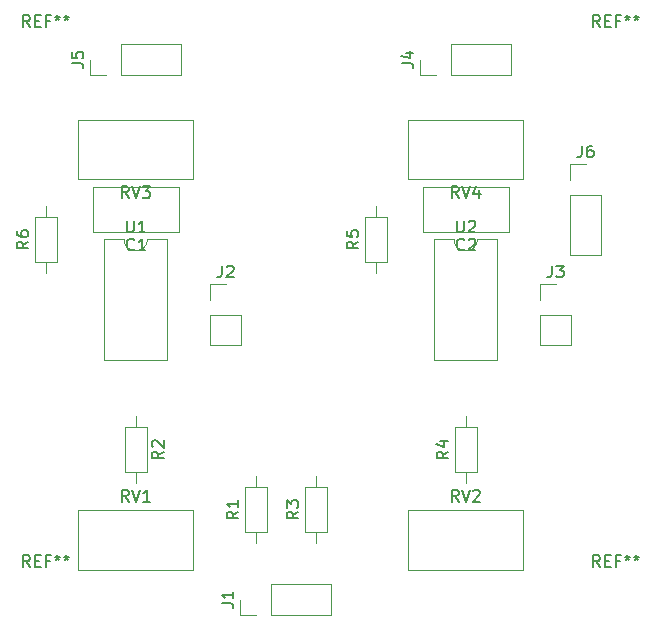
<source format=gbr>
%TF.GenerationSoftware,KiCad,Pcbnew,(6.0.1)*%
%TF.CreationDate,2022-01-30T20:50:49-08:00*%
%TF.ProjectId,Galvoamp,47616c76-6f61-46d7-902e-6b696361645f,rev?*%
%TF.SameCoordinates,Original*%
%TF.FileFunction,Legend,Top*%
%TF.FilePolarity,Positive*%
%FSLAX46Y46*%
G04 Gerber Fmt 4.6, Leading zero omitted, Abs format (unit mm)*
G04 Created by KiCad (PCBNEW (6.0.1)) date 2022-01-30 20:50:49*
%MOMM*%
%LPD*%
G01*
G04 APERTURE LIST*
%ADD10C,0.150000*%
%ADD11C,0.120000*%
G04 APERTURE END LIST*
D10*
%TO.C,J4*%
X136822380Y-76533333D02*
X137536666Y-76533333D01*
X137679523Y-76580952D01*
X137774761Y-76676190D01*
X137822380Y-76819047D01*
X137822380Y-76914285D01*
X137155714Y-75628571D02*
X137822380Y-75628571D01*
X136774761Y-75866666D02*
X137489047Y-76104761D01*
X137489047Y-75485714D01*
%TO.C,RV2*%
X141644761Y-113632380D02*
X141311428Y-113156190D01*
X141073333Y-113632380D02*
X141073333Y-112632380D01*
X141454285Y-112632380D01*
X141549523Y-112680000D01*
X141597142Y-112727619D01*
X141644761Y-112822857D01*
X141644761Y-112965714D01*
X141597142Y-113060952D01*
X141549523Y-113108571D01*
X141454285Y-113156190D01*
X141073333Y-113156190D01*
X141930476Y-112632380D02*
X142263809Y-113632380D01*
X142597142Y-112632380D01*
X142882857Y-112727619D02*
X142930476Y-112680000D01*
X143025714Y-112632380D01*
X143263809Y-112632380D01*
X143359047Y-112680000D01*
X143406666Y-112727619D01*
X143454285Y-112822857D01*
X143454285Y-112918095D01*
X143406666Y-113060952D01*
X142835238Y-113632380D01*
X143454285Y-113632380D01*
%TO.C,J3*%
X149526666Y-93642380D02*
X149526666Y-94356666D01*
X149479047Y-94499523D01*
X149383809Y-94594761D01*
X149240952Y-94642380D01*
X149145714Y-94642380D01*
X149907619Y-93642380D02*
X150526666Y-93642380D01*
X150193333Y-94023333D01*
X150336190Y-94023333D01*
X150431428Y-94070952D01*
X150479047Y-94118571D01*
X150526666Y-94213809D01*
X150526666Y-94451904D01*
X150479047Y-94547142D01*
X150431428Y-94594761D01*
X150336190Y-94642380D01*
X150050476Y-94642380D01*
X149955238Y-94594761D01*
X149907619Y-94547142D01*
%TO.C,RV3*%
X113704761Y-87932380D02*
X113371428Y-87456190D01*
X113133333Y-87932380D02*
X113133333Y-86932380D01*
X113514285Y-86932380D01*
X113609523Y-86980000D01*
X113657142Y-87027619D01*
X113704761Y-87122857D01*
X113704761Y-87265714D01*
X113657142Y-87360952D01*
X113609523Y-87408571D01*
X113514285Y-87456190D01*
X113133333Y-87456190D01*
X113990476Y-86932380D02*
X114323809Y-87932380D01*
X114657142Y-86932380D01*
X114895238Y-86932380D02*
X115514285Y-86932380D01*
X115180952Y-87313333D01*
X115323809Y-87313333D01*
X115419047Y-87360952D01*
X115466666Y-87408571D01*
X115514285Y-87503809D01*
X115514285Y-87741904D01*
X115466666Y-87837142D01*
X115419047Y-87884761D01*
X115323809Y-87932380D01*
X115038095Y-87932380D01*
X114942857Y-87884761D01*
X114895238Y-87837142D01*
%TO.C,R5*%
X133152380Y-91606666D02*
X132676190Y-91940000D01*
X133152380Y-92178095D02*
X132152380Y-92178095D01*
X132152380Y-91797142D01*
X132200000Y-91701904D01*
X132247619Y-91654285D01*
X132342857Y-91606666D01*
X132485714Y-91606666D01*
X132580952Y-91654285D01*
X132628571Y-91701904D01*
X132676190Y-91797142D01*
X132676190Y-92178095D01*
X132152380Y-90701904D02*
X132152380Y-91178095D01*
X132628571Y-91225714D01*
X132580952Y-91178095D01*
X132533333Y-91082857D01*
X132533333Y-90844761D01*
X132580952Y-90749523D01*
X132628571Y-90701904D01*
X132723809Y-90654285D01*
X132961904Y-90654285D01*
X133057142Y-90701904D01*
X133104761Y-90749523D01*
X133152380Y-90844761D01*
X133152380Y-91082857D01*
X133104761Y-91178095D01*
X133057142Y-91225714D01*
%TO.C,RV4*%
X141644761Y-87932380D02*
X141311428Y-87456190D01*
X141073333Y-87932380D02*
X141073333Y-86932380D01*
X141454285Y-86932380D01*
X141549523Y-86980000D01*
X141597142Y-87027619D01*
X141644761Y-87122857D01*
X141644761Y-87265714D01*
X141597142Y-87360952D01*
X141549523Y-87408571D01*
X141454285Y-87456190D01*
X141073333Y-87456190D01*
X141930476Y-86932380D02*
X142263809Y-87932380D01*
X142597142Y-86932380D01*
X143359047Y-87265714D02*
X143359047Y-87932380D01*
X143120952Y-86884761D02*
X142882857Y-87599047D01*
X143501904Y-87599047D01*
%TO.C,U2*%
X141488095Y-89842380D02*
X141488095Y-90651904D01*
X141535714Y-90747142D01*
X141583333Y-90794761D01*
X141678571Y-90842380D01*
X141869047Y-90842380D01*
X141964285Y-90794761D01*
X142011904Y-90747142D01*
X142059523Y-90651904D01*
X142059523Y-89842380D01*
X142488095Y-89937619D02*
X142535714Y-89890000D01*
X142630952Y-89842380D01*
X142869047Y-89842380D01*
X142964285Y-89890000D01*
X143011904Y-89937619D01*
X143059523Y-90032857D01*
X143059523Y-90128095D01*
X143011904Y-90270952D01*
X142440476Y-90842380D01*
X143059523Y-90842380D01*
%TO.C,R6*%
X105212380Y-91606666D02*
X104736190Y-91940000D01*
X105212380Y-92178095D02*
X104212380Y-92178095D01*
X104212380Y-91797142D01*
X104260000Y-91701904D01*
X104307619Y-91654285D01*
X104402857Y-91606666D01*
X104545714Y-91606666D01*
X104640952Y-91654285D01*
X104688571Y-91701904D01*
X104736190Y-91797142D01*
X104736190Y-92178095D01*
X104212380Y-90749523D02*
X104212380Y-90940000D01*
X104260000Y-91035238D01*
X104307619Y-91082857D01*
X104450476Y-91178095D01*
X104640952Y-91225714D01*
X105021904Y-91225714D01*
X105117142Y-91178095D01*
X105164761Y-91130476D01*
X105212380Y-91035238D01*
X105212380Y-90844761D01*
X105164761Y-90749523D01*
X105117142Y-90701904D01*
X105021904Y-90654285D01*
X104783809Y-90654285D01*
X104688571Y-90701904D01*
X104640952Y-90749523D01*
X104593333Y-90844761D01*
X104593333Y-91035238D01*
X104640952Y-91130476D01*
X104688571Y-91178095D01*
X104783809Y-91225714D01*
%TO.C,J1*%
X121582380Y-122253333D02*
X122296666Y-122253333D01*
X122439523Y-122300952D01*
X122534761Y-122396190D01*
X122582380Y-122539047D01*
X122582380Y-122634285D01*
X122582380Y-121253333D02*
X122582380Y-121824761D01*
X122582380Y-121539047D02*
X121582380Y-121539047D01*
X121725238Y-121634285D01*
X121820476Y-121729523D01*
X121868095Y-121824761D01*
%TO.C,REF\u002A\u002A*%
X153606666Y-73452380D02*
X153273333Y-72976190D01*
X153035238Y-73452380D02*
X153035238Y-72452380D01*
X153416190Y-72452380D01*
X153511428Y-72500000D01*
X153559047Y-72547619D01*
X153606666Y-72642857D01*
X153606666Y-72785714D01*
X153559047Y-72880952D01*
X153511428Y-72928571D01*
X153416190Y-72976190D01*
X153035238Y-72976190D01*
X154035238Y-72928571D02*
X154368571Y-72928571D01*
X154511428Y-73452380D02*
X154035238Y-73452380D01*
X154035238Y-72452380D01*
X154511428Y-72452380D01*
X155273333Y-72928571D02*
X154940000Y-72928571D01*
X154940000Y-73452380D02*
X154940000Y-72452380D01*
X155416190Y-72452380D01*
X155940000Y-72452380D02*
X155940000Y-72690476D01*
X155701904Y-72595238D02*
X155940000Y-72690476D01*
X156178095Y-72595238D01*
X155797142Y-72880952D02*
X155940000Y-72690476D01*
X156082857Y-72880952D01*
X156701904Y-72452380D02*
X156701904Y-72690476D01*
X156463809Y-72595238D02*
X156701904Y-72690476D01*
X156940000Y-72595238D01*
X156559047Y-72880952D02*
X156701904Y-72690476D01*
X156844761Y-72880952D01*
%TO.C,R3*%
X128072380Y-114466666D02*
X127596190Y-114800000D01*
X128072380Y-115038095D02*
X127072380Y-115038095D01*
X127072380Y-114657142D01*
X127120000Y-114561904D01*
X127167619Y-114514285D01*
X127262857Y-114466666D01*
X127405714Y-114466666D01*
X127500952Y-114514285D01*
X127548571Y-114561904D01*
X127596190Y-114657142D01*
X127596190Y-115038095D01*
X127072380Y-114133333D02*
X127072380Y-113514285D01*
X127453333Y-113847619D01*
X127453333Y-113704761D01*
X127500952Y-113609523D01*
X127548571Y-113561904D01*
X127643809Y-113514285D01*
X127881904Y-113514285D01*
X127977142Y-113561904D01*
X128024761Y-113609523D01*
X128072380Y-113704761D01*
X128072380Y-113990476D01*
X128024761Y-114085714D01*
X127977142Y-114133333D01*
%TO.C,R1*%
X122992380Y-114466666D02*
X122516190Y-114800000D01*
X122992380Y-115038095D02*
X121992380Y-115038095D01*
X121992380Y-114657142D01*
X122040000Y-114561904D01*
X122087619Y-114514285D01*
X122182857Y-114466666D01*
X122325714Y-114466666D01*
X122420952Y-114514285D01*
X122468571Y-114561904D01*
X122516190Y-114657142D01*
X122516190Y-115038095D01*
X122992380Y-113514285D02*
X122992380Y-114085714D01*
X122992380Y-113800000D02*
X121992380Y-113800000D01*
X122135238Y-113895238D01*
X122230476Y-113990476D01*
X122278095Y-114085714D01*
%TO.C,J6*%
X152066666Y-83482380D02*
X152066666Y-84196666D01*
X152019047Y-84339523D01*
X151923809Y-84434761D01*
X151780952Y-84482380D01*
X151685714Y-84482380D01*
X152971428Y-83482380D02*
X152780952Y-83482380D01*
X152685714Y-83530000D01*
X152638095Y-83577619D01*
X152542857Y-83720476D01*
X152495238Y-83910952D01*
X152495238Y-84291904D01*
X152542857Y-84387142D01*
X152590476Y-84434761D01*
X152685714Y-84482380D01*
X152876190Y-84482380D01*
X152971428Y-84434761D01*
X153019047Y-84387142D01*
X153066666Y-84291904D01*
X153066666Y-84053809D01*
X153019047Y-83958571D01*
X152971428Y-83910952D01*
X152876190Y-83863333D01*
X152685714Y-83863333D01*
X152590476Y-83910952D01*
X152542857Y-83958571D01*
X152495238Y-84053809D01*
%TO.C,C2*%
X142113333Y-92257142D02*
X142065714Y-92304761D01*
X141922857Y-92352380D01*
X141827619Y-92352380D01*
X141684761Y-92304761D01*
X141589523Y-92209523D01*
X141541904Y-92114285D01*
X141494285Y-91923809D01*
X141494285Y-91780952D01*
X141541904Y-91590476D01*
X141589523Y-91495238D01*
X141684761Y-91400000D01*
X141827619Y-91352380D01*
X141922857Y-91352380D01*
X142065714Y-91400000D01*
X142113333Y-91447619D01*
X142494285Y-91447619D02*
X142541904Y-91400000D01*
X142637142Y-91352380D01*
X142875238Y-91352380D01*
X142970476Y-91400000D01*
X143018095Y-91447619D01*
X143065714Y-91542857D01*
X143065714Y-91638095D01*
X143018095Y-91780952D01*
X142446666Y-92352380D01*
X143065714Y-92352380D01*
%TO.C,R2*%
X116672380Y-109386666D02*
X116196190Y-109720000D01*
X116672380Y-109958095D02*
X115672380Y-109958095D01*
X115672380Y-109577142D01*
X115720000Y-109481904D01*
X115767619Y-109434285D01*
X115862857Y-109386666D01*
X116005714Y-109386666D01*
X116100952Y-109434285D01*
X116148571Y-109481904D01*
X116196190Y-109577142D01*
X116196190Y-109958095D01*
X115767619Y-109005714D02*
X115720000Y-108958095D01*
X115672380Y-108862857D01*
X115672380Y-108624761D01*
X115720000Y-108529523D01*
X115767619Y-108481904D01*
X115862857Y-108434285D01*
X115958095Y-108434285D01*
X116100952Y-108481904D01*
X116672380Y-109053333D01*
X116672380Y-108434285D01*
%TO.C,REF\u002A\u002A*%
X153606666Y-119172380D02*
X153273333Y-118696190D01*
X153035238Y-119172380D02*
X153035238Y-118172380D01*
X153416190Y-118172380D01*
X153511428Y-118220000D01*
X153559047Y-118267619D01*
X153606666Y-118362857D01*
X153606666Y-118505714D01*
X153559047Y-118600952D01*
X153511428Y-118648571D01*
X153416190Y-118696190D01*
X153035238Y-118696190D01*
X154035238Y-118648571D02*
X154368571Y-118648571D01*
X154511428Y-119172380D02*
X154035238Y-119172380D01*
X154035238Y-118172380D01*
X154511428Y-118172380D01*
X155273333Y-118648571D02*
X154940000Y-118648571D01*
X154940000Y-119172380D02*
X154940000Y-118172380D01*
X155416190Y-118172380D01*
X155940000Y-118172380D02*
X155940000Y-118410476D01*
X155701904Y-118315238D02*
X155940000Y-118410476D01*
X156178095Y-118315238D01*
X155797142Y-118600952D02*
X155940000Y-118410476D01*
X156082857Y-118600952D01*
X156701904Y-118172380D02*
X156701904Y-118410476D01*
X156463809Y-118315238D02*
X156701904Y-118410476D01*
X156940000Y-118315238D01*
X156559047Y-118600952D02*
X156701904Y-118410476D01*
X156844761Y-118600952D01*
%TO.C,R4*%
X140772380Y-109386666D02*
X140296190Y-109720000D01*
X140772380Y-109958095D02*
X139772380Y-109958095D01*
X139772380Y-109577142D01*
X139820000Y-109481904D01*
X139867619Y-109434285D01*
X139962857Y-109386666D01*
X140105714Y-109386666D01*
X140200952Y-109434285D01*
X140248571Y-109481904D01*
X140296190Y-109577142D01*
X140296190Y-109958095D01*
X140105714Y-108529523D02*
X140772380Y-108529523D01*
X139724761Y-108767619D02*
X140439047Y-109005714D01*
X140439047Y-108386666D01*
%TO.C,RV1*%
X113704761Y-113632380D02*
X113371428Y-113156190D01*
X113133333Y-113632380D02*
X113133333Y-112632380D01*
X113514285Y-112632380D01*
X113609523Y-112680000D01*
X113657142Y-112727619D01*
X113704761Y-112822857D01*
X113704761Y-112965714D01*
X113657142Y-113060952D01*
X113609523Y-113108571D01*
X113514285Y-113156190D01*
X113133333Y-113156190D01*
X113990476Y-112632380D02*
X114323809Y-113632380D01*
X114657142Y-112632380D01*
X115514285Y-113632380D02*
X114942857Y-113632380D01*
X115228571Y-113632380D02*
X115228571Y-112632380D01*
X115133333Y-112775238D01*
X115038095Y-112870476D01*
X114942857Y-112918095D01*
%TO.C,J2*%
X121586666Y-93642380D02*
X121586666Y-94356666D01*
X121539047Y-94499523D01*
X121443809Y-94594761D01*
X121300952Y-94642380D01*
X121205714Y-94642380D01*
X122015238Y-93737619D02*
X122062857Y-93690000D01*
X122158095Y-93642380D01*
X122396190Y-93642380D01*
X122491428Y-93690000D01*
X122539047Y-93737619D01*
X122586666Y-93832857D01*
X122586666Y-93928095D01*
X122539047Y-94070952D01*
X121967619Y-94642380D01*
X122586666Y-94642380D01*
%TO.C,J5*%
X108882380Y-76533333D02*
X109596666Y-76533333D01*
X109739523Y-76580952D01*
X109834761Y-76676190D01*
X109882380Y-76819047D01*
X109882380Y-76914285D01*
X108882380Y-75580952D02*
X108882380Y-76057142D01*
X109358571Y-76104761D01*
X109310952Y-76057142D01*
X109263333Y-75961904D01*
X109263333Y-75723809D01*
X109310952Y-75628571D01*
X109358571Y-75580952D01*
X109453809Y-75533333D01*
X109691904Y-75533333D01*
X109787142Y-75580952D01*
X109834761Y-75628571D01*
X109882380Y-75723809D01*
X109882380Y-75961904D01*
X109834761Y-76057142D01*
X109787142Y-76104761D01*
%TO.C,REF\u002A\u002A*%
X105346666Y-119172380D02*
X105013333Y-118696190D01*
X104775238Y-119172380D02*
X104775238Y-118172380D01*
X105156190Y-118172380D01*
X105251428Y-118220000D01*
X105299047Y-118267619D01*
X105346666Y-118362857D01*
X105346666Y-118505714D01*
X105299047Y-118600952D01*
X105251428Y-118648571D01*
X105156190Y-118696190D01*
X104775238Y-118696190D01*
X105775238Y-118648571D02*
X106108571Y-118648571D01*
X106251428Y-119172380D02*
X105775238Y-119172380D01*
X105775238Y-118172380D01*
X106251428Y-118172380D01*
X107013333Y-118648571D02*
X106680000Y-118648571D01*
X106680000Y-119172380D02*
X106680000Y-118172380D01*
X107156190Y-118172380D01*
X107680000Y-118172380D02*
X107680000Y-118410476D01*
X107441904Y-118315238D02*
X107680000Y-118410476D01*
X107918095Y-118315238D01*
X107537142Y-118600952D02*
X107680000Y-118410476D01*
X107822857Y-118600952D01*
X108441904Y-118172380D02*
X108441904Y-118410476D01*
X108203809Y-118315238D02*
X108441904Y-118410476D01*
X108680000Y-118315238D01*
X108299047Y-118600952D02*
X108441904Y-118410476D01*
X108584761Y-118600952D01*
%TO.C,C1*%
X114173333Y-92257142D02*
X114125714Y-92304761D01*
X113982857Y-92352380D01*
X113887619Y-92352380D01*
X113744761Y-92304761D01*
X113649523Y-92209523D01*
X113601904Y-92114285D01*
X113554285Y-91923809D01*
X113554285Y-91780952D01*
X113601904Y-91590476D01*
X113649523Y-91495238D01*
X113744761Y-91400000D01*
X113887619Y-91352380D01*
X113982857Y-91352380D01*
X114125714Y-91400000D01*
X114173333Y-91447619D01*
X115125714Y-92352380D02*
X114554285Y-92352380D01*
X114840000Y-92352380D02*
X114840000Y-91352380D01*
X114744761Y-91495238D01*
X114649523Y-91590476D01*
X114554285Y-91638095D01*
%TO.C,REF\u002A\u002A*%
X105346666Y-73452380D02*
X105013333Y-72976190D01*
X104775238Y-73452380D02*
X104775238Y-72452380D01*
X105156190Y-72452380D01*
X105251428Y-72500000D01*
X105299047Y-72547619D01*
X105346666Y-72642857D01*
X105346666Y-72785714D01*
X105299047Y-72880952D01*
X105251428Y-72928571D01*
X105156190Y-72976190D01*
X104775238Y-72976190D01*
X105775238Y-72928571D02*
X106108571Y-72928571D01*
X106251428Y-73452380D02*
X105775238Y-73452380D01*
X105775238Y-72452380D01*
X106251428Y-72452380D01*
X107013333Y-72928571D02*
X106680000Y-72928571D01*
X106680000Y-73452380D02*
X106680000Y-72452380D01*
X107156190Y-72452380D01*
X107680000Y-72452380D02*
X107680000Y-72690476D01*
X107441904Y-72595238D02*
X107680000Y-72690476D01*
X107918095Y-72595238D01*
X107537142Y-72880952D02*
X107680000Y-72690476D01*
X107822857Y-72880952D01*
X108441904Y-72452380D02*
X108441904Y-72690476D01*
X108203809Y-72595238D02*
X108441904Y-72690476D01*
X108680000Y-72595238D01*
X108299047Y-72880952D02*
X108441904Y-72690476D01*
X108584761Y-72880952D01*
%TO.C,U1*%
X113548095Y-89842380D02*
X113548095Y-90651904D01*
X113595714Y-90747142D01*
X113643333Y-90794761D01*
X113738571Y-90842380D01*
X113929047Y-90842380D01*
X114024285Y-90794761D01*
X114071904Y-90747142D01*
X114119523Y-90651904D01*
X114119523Y-89842380D01*
X115119523Y-90842380D02*
X114548095Y-90842380D01*
X114833809Y-90842380D02*
X114833809Y-89842380D01*
X114738571Y-89985238D01*
X114643333Y-90080476D01*
X114548095Y-90128095D01*
D11*
%TO.C,J4*%
X146110000Y-77530000D02*
X146110000Y-74870000D01*
X139700000Y-77530000D02*
X138370000Y-77530000D01*
X138370000Y-77530000D02*
X138370000Y-76200000D01*
X140970000Y-77530000D02*
X146110000Y-77530000D01*
X140970000Y-77530000D02*
X140970000Y-74870000D01*
X140970000Y-74870000D02*
X146110000Y-74870000D01*
%TO.C,RV2*%
X137355000Y-119380000D02*
X147125000Y-119380000D01*
X147125000Y-114310000D02*
X147125000Y-119380000D01*
X137355000Y-114310000D02*
X137355000Y-119380000D01*
X137355000Y-114310000D02*
X147125000Y-114310000D01*
%TO.C,J3*%
X148530000Y-95190000D02*
X149860000Y-95190000D01*
X148530000Y-96520000D02*
X148530000Y-95190000D01*
X151190000Y-97790000D02*
X151190000Y-100390000D01*
X148530000Y-97790000D02*
X148530000Y-100390000D01*
X148530000Y-97790000D02*
X151190000Y-97790000D01*
X148530000Y-100390000D02*
X151190000Y-100390000D01*
%TO.C,RV3*%
X119185000Y-86350000D02*
X119185000Y-81280000D01*
X119185000Y-86350000D02*
X109415000Y-86350000D01*
X109415000Y-86350000D02*
X109415000Y-81280000D01*
X119185000Y-81280000D02*
X109415000Y-81280000D01*
%TO.C,R5*%
X133700000Y-89520000D02*
X133700000Y-93360000D01*
X135540000Y-93360000D02*
X135540000Y-89520000D01*
X135540000Y-89520000D02*
X133700000Y-89520000D01*
X134620000Y-94310000D02*
X134620000Y-93360000D01*
X134620000Y-88570000D02*
X134620000Y-89520000D01*
X133700000Y-93360000D02*
X135540000Y-93360000D01*
%TO.C,RV4*%
X147125000Y-86350000D02*
X137355000Y-86350000D01*
X137355000Y-86350000D02*
X137355000Y-81280000D01*
X147125000Y-86350000D02*
X147125000Y-81280000D01*
X147125000Y-81280000D02*
X137355000Y-81280000D01*
%TO.C,U2*%
X144900000Y-91390000D02*
X143250000Y-91390000D01*
X139600000Y-101670000D02*
X144900000Y-101670000D01*
X144900000Y-101670000D02*
X144900000Y-91390000D01*
X141250000Y-91390000D02*
X139600000Y-91390000D01*
X139600000Y-91390000D02*
X139600000Y-101670000D01*
X141250000Y-91390000D02*
G75*
G03*
X143250000Y-91390000I1000000J0D01*
G01*
%TO.C,R6*%
X105760000Y-89520000D02*
X105760000Y-93360000D01*
X107600000Y-89520000D02*
X105760000Y-89520000D01*
X106680000Y-88570000D02*
X106680000Y-89520000D01*
X107600000Y-93360000D02*
X107600000Y-89520000D01*
X106680000Y-94310000D02*
X106680000Y-93360000D01*
X105760000Y-93360000D02*
X107600000Y-93360000D01*
%TO.C,J1*%
X123130000Y-123250000D02*
X123130000Y-121920000D01*
X130870000Y-123250000D02*
X130870000Y-120590000D01*
X125730000Y-123250000D02*
X130870000Y-123250000D01*
X125730000Y-120590000D02*
X130870000Y-120590000D01*
X124460000Y-123250000D02*
X123130000Y-123250000D01*
X125730000Y-123250000D02*
X125730000Y-120590000D01*
%TO.C,R3*%
X130460000Y-112380000D02*
X128620000Y-112380000D01*
X129540000Y-111430000D02*
X129540000Y-112380000D01*
X128620000Y-116220000D02*
X130460000Y-116220000D01*
X129540000Y-117170000D02*
X129540000Y-116220000D01*
X128620000Y-112380000D02*
X128620000Y-116220000D01*
X130460000Y-116220000D02*
X130460000Y-112380000D01*
%TO.C,R1*%
X123540000Y-116220000D02*
X125380000Y-116220000D01*
X125380000Y-116220000D02*
X125380000Y-112380000D01*
X125380000Y-112380000D02*
X123540000Y-112380000D01*
X124460000Y-117170000D02*
X124460000Y-116220000D01*
X123540000Y-112380000D02*
X123540000Y-116220000D01*
X124460000Y-111430000D02*
X124460000Y-112380000D01*
%TO.C,J6*%
X151070000Y-86360000D02*
X151070000Y-85030000D01*
X151070000Y-92770000D02*
X153730000Y-92770000D01*
X151070000Y-87630000D02*
X151070000Y-92770000D01*
X153730000Y-87630000D02*
X153730000Y-92770000D01*
X151070000Y-85030000D02*
X152400000Y-85030000D01*
X151070000Y-87630000D02*
X153730000Y-87630000D01*
%TO.C,C2*%
X138660000Y-90770000D02*
X138660000Y-87030000D01*
X145900000Y-90770000D02*
X145900000Y-87030000D01*
X145900000Y-87030000D02*
X138660000Y-87030000D01*
X145900000Y-90770000D02*
X138660000Y-90770000D01*
%TO.C,R2*%
X115220000Y-107300000D02*
X113380000Y-107300000D01*
X113380000Y-107300000D02*
X113380000Y-111140000D01*
X114300000Y-112090000D02*
X114300000Y-111140000D01*
X115220000Y-111140000D02*
X115220000Y-107300000D01*
X114300000Y-106350000D02*
X114300000Y-107300000D01*
X113380000Y-111140000D02*
X115220000Y-111140000D01*
%TO.C,R4*%
X143160000Y-111140000D02*
X143160000Y-107300000D01*
X142240000Y-106350000D02*
X142240000Y-107300000D01*
X141320000Y-107300000D02*
X141320000Y-111140000D01*
X142240000Y-112090000D02*
X142240000Y-111140000D01*
X141320000Y-111140000D02*
X143160000Y-111140000D01*
X143160000Y-107300000D02*
X141320000Y-107300000D01*
%TO.C,RV1*%
X109415000Y-114310000D02*
X119185000Y-114310000D01*
X119185000Y-114310000D02*
X119185000Y-119380000D01*
X109415000Y-119380000D02*
X119185000Y-119380000D01*
X109415000Y-114310000D02*
X109415000Y-119380000D01*
%TO.C,J2*%
X120590000Y-100390000D02*
X123250000Y-100390000D01*
X123250000Y-97790000D02*
X123250000Y-100390000D01*
X120590000Y-96520000D02*
X120590000Y-95190000D01*
X120590000Y-95190000D02*
X121920000Y-95190000D01*
X120590000Y-97790000D02*
X120590000Y-100390000D01*
X120590000Y-97790000D02*
X123250000Y-97790000D01*
%TO.C,J5*%
X110430000Y-77530000D02*
X110430000Y-76200000D01*
X111760000Y-77530000D02*
X110430000Y-77530000D01*
X118170000Y-77530000D02*
X118170000Y-74870000D01*
X113030000Y-74870000D02*
X118170000Y-74870000D01*
X113030000Y-77530000D02*
X118170000Y-77530000D01*
X113030000Y-77530000D02*
X113030000Y-74870000D01*
%TO.C,C1*%
X110720000Y-90770000D02*
X110720000Y-87030000D01*
X117960000Y-87030000D02*
X110720000Y-87030000D01*
X117960000Y-90770000D02*
X117960000Y-87030000D01*
X117960000Y-90770000D02*
X110720000Y-90770000D01*
%TO.C,U1*%
X116960000Y-101670000D02*
X116960000Y-91390000D01*
X116960000Y-91390000D02*
X115310000Y-91390000D01*
X111660000Y-91390000D02*
X111660000Y-101670000D01*
X111660000Y-101670000D02*
X116960000Y-101670000D01*
X113310000Y-91390000D02*
X111660000Y-91390000D01*
X113310000Y-91390000D02*
G75*
G03*
X115310000Y-91390000I1000000J0D01*
G01*
%TD*%
M02*

</source>
